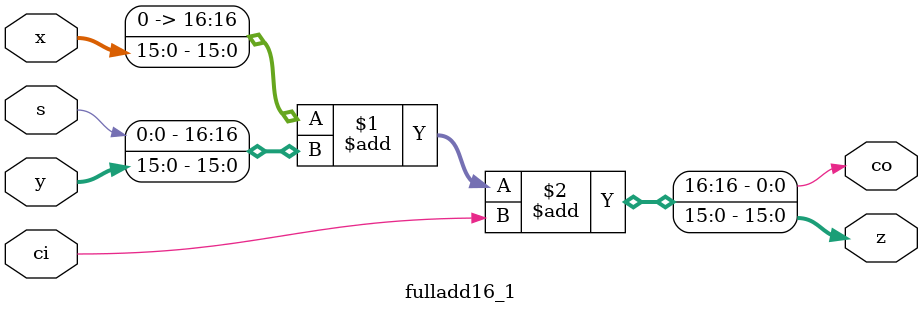
<source format=v>
module fulladd16_1 (
    input  [15:0] x,
    input  [15:0] y,
    input         ci,
    output        co,
    output [15:0] z,
    input         s
  );
  assign {co,z} = {1'b0, x} + {s, y} + ci;
endmodule
</source>
